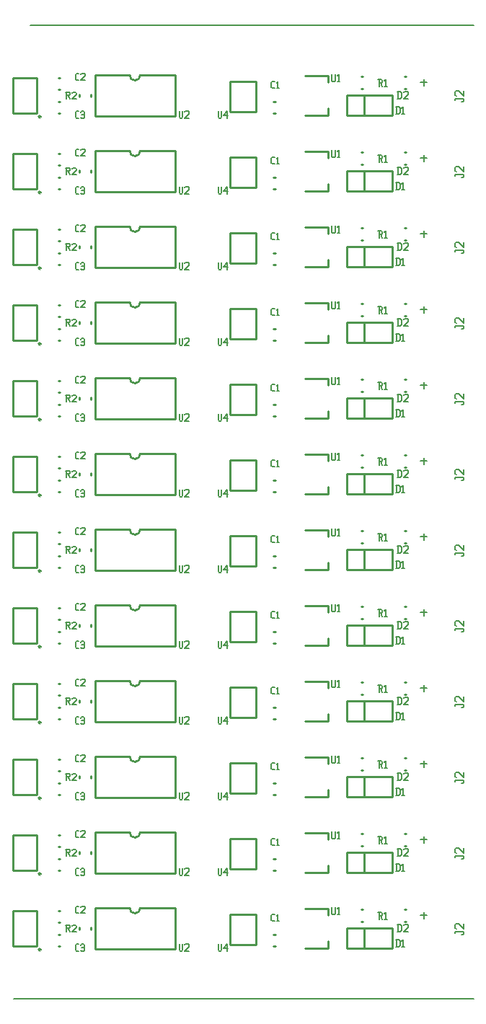
<source format=gbr>
G04 start of page 9 for group -4079 idx -4079 *
G04 Title: (unknown), topsilk *
G04 Creator: pcb 4.2.2 *
G04 CreationDate: Mon Feb 10 04:01:32 2025 UTC *
G04 For: petersen *
G04 Format: Gerber/RS-274X *
G04 PCB-Dimensions (mil): 3000.00 5500.00 *
G04 PCB-Coordinate-Origin: lower left *
%MOIN*%
%FSLAX25Y25*%
%LNTOPSILK*%
%ADD51C,0.0100*%
%ADD50C,0.0080*%
G54D50*X62500Y500000D02*X267500D01*
X243000Y473500D02*X246000D01*
X244500Y475000D02*Y472000D01*
X243000Y438500D02*X246000D01*
X244500Y440000D02*Y437000D01*
X243000Y403500D02*X246000D01*
X244500Y405000D02*Y402000D01*
X243000Y368500D02*X246000D01*
X244500Y370000D02*Y367000D01*
X243000Y333500D02*X246000D01*
X244500Y335000D02*Y332000D01*
X243000Y298500D02*X246000D01*
X244500Y300000D02*Y297000D01*
X55000Y50000D02*X267500D01*
X243000Y263500D02*X246000D01*
X244500Y265000D02*Y262000D01*
X243000Y228500D02*X246000D01*
X244500Y230000D02*Y227000D01*
X243000Y193500D02*X246000D01*
X244500Y195000D02*Y192000D01*
X243000Y158500D02*X246000D01*
X244500Y160000D02*Y157000D01*
X243000Y123500D02*X246000D01*
X244500Y125000D02*Y122000D01*
X243000Y88500D02*X246000D01*
X244500Y90000D02*Y87000D01*
G54D51*X85245Y467893D02*Y467107D01*
X90755Y467893D02*Y467107D01*
X75607Y464755D02*X76393D01*
X75607Y459245D02*X76393D01*
X75607Y475755D02*X76393D01*
X75607Y470245D02*X76393D01*
X54488Y459232D02*X65512D01*
X54488Y475768D02*Y459232D01*
Y475768D02*X65512D01*
Y459232D01*
X67512Y457732D02*G75*G03X67512Y457732I-500J0D01*G01*
X75607Y440755D02*X76393D01*
X75607Y435245D02*X76393D01*
X92500Y477000D02*Y458000D01*
X129500D01*
Y477000D01*
X92500D02*X108500D01*
X129500D02*X113500D01*
X108500D02*G75*G03X113500Y477000I2500J0D01*G01*
X54488Y424232D02*X65512D01*
X54488Y440768D02*Y424232D01*
Y440768D02*X65512D01*
Y424232D01*
X67512Y422732D02*G75*G03X67512Y422732I-500J0D01*G01*
X155000Y460000D02*X167000D01*
Y474000D02*Y460000D01*
X155000Y474000D02*X167000D01*
X155000D02*Y460000D01*
X92500Y442000D02*Y423000D01*
X129500D01*
Y442000D01*
X92500D02*X108500D01*
X129500D02*X113500D01*
X108500D02*G75*G03X113500Y442000I2500J0D01*G01*
X85245Y432893D02*Y432107D01*
X90755Y432893D02*Y432107D01*
X75607Y429755D02*X76393D01*
X75607Y424245D02*X76393D01*
X85245Y397893D02*Y397107D01*
X90755Y397893D02*Y397107D01*
X75607Y394755D02*X76393D01*
X75607Y389245D02*X76393D01*
X75607Y405755D02*X76393D01*
X75607Y400245D02*X76393D01*
X92500Y407000D02*Y388000D01*
X129500D01*
Y407000D01*
X92500D02*X108500D01*
X129500D02*X113500D01*
X108500D02*G75*G03X113500Y407000I2500J0D01*G01*
X54488Y389232D02*X65512D01*
X54488Y405768D02*Y389232D01*
Y405768D02*X65512D01*
Y389232D01*
X67512Y387732D02*G75*G03X67512Y387732I-500J0D01*G01*
X189520Y476750D02*X200150D01*
X189520Y458250D02*X200150D01*
Y476750D02*Y473500D01*
Y461500D02*Y458250D01*
X189520Y476750D02*Y476571D01*
Y458429D02*Y458250D01*
X175107Y459245D02*X175893D01*
X175107Y464755D02*X175893D01*
X189520Y441750D02*X200150D01*
X189520Y423250D02*X200150D01*
Y441750D02*Y438500D01*
Y426500D02*Y423250D01*
X189520Y441750D02*Y441571D01*
Y423429D02*Y423250D01*
X175107Y424245D02*X175893D01*
X175107Y429755D02*X175893D01*
X235607Y476255D02*X236393D01*
X235607Y470745D02*X236393D01*
X209000Y458200D02*X230000D01*
X209000Y467800D02*X230000D01*
X209000Y458200D02*Y467800D01*
X230000Y458200D02*Y467800D01*
X217000Y458200D02*Y467800D01*
X215607Y476255D02*X216393D01*
X215607Y470745D02*X216393D01*
X209000Y423200D02*X230000D01*
X209000Y432800D02*X230000D01*
X209000Y423200D02*Y432800D01*
X230000Y423200D02*Y432800D01*
X217000Y423200D02*Y432800D01*
X215607Y441255D02*X216393D01*
X215607Y435745D02*X216393D01*
X235607Y441255D02*X236393D01*
X235607Y435745D02*X236393D01*
X235607Y406255D02*X236393D01*
X235607Y400745D02*X236393D01*
X209000Y318200D02*X230000D01*
X209000Y327800D02*X230000D01*
X209000Y318200D02*Y327800D01*
X230000Y318200D02*Y327800D01*
X217000Y318200D02*Y327800D01*
X215607Y301255D02*X216393D01*
X215607Y295745D02*X216393D01*
X235607Y301255D02*X236393D01*
X235607Y295745D02*X236393D01*
X215607Y336255D02*X216393D01*
X215607Y330745D02*X216393D01*
X235607Y336255D02*X236393D01*
X235607Y330745D02*X236393D01*
X209000Y283200D02*X230000D01*
X209000Y292800D02*X230000D01*
X209000Y283200D02*Y292800D01*
X230000Y283200D02*Y292800D01*
X217000Y283200D02*Y292800D01*
X209000Y248200D02*X230000D01*
X209000Y257800D02*X230000D01*
X209000Y248200D02*Y257800D01*
X230000Y248200D02*Y257800D01*
X217000Y248200D02*Y257800D01*
X215607Y266255D02*X216393D01*
X215607Y260745D02*X216393D01*
X235607Y266255D02*X236393D01*
X235607Y260745D02*X236393D01*
X209000Y213200D02*X230000D01*
X209000Y222800D02*X230000D01*
X209000Y213200D02*Y222800D01*
X230000Y213200D02*Y222800D01*
X217000Y213200D02*Y222800D01*
X215607Y231255D02*X216393D01*
X215607Y225745D02*X216393D01*
X235607Y231255D02*X236393D01*
X235607Y225745D02*X236393D01*
X215607Y196255D02*X216393D01*
X215607Y190745D02*X216393D01*
X235607Y196255D02*X236393D01*
X235607Y190745D02*X236393D01*
X209000Y178200D02*X230000D01*
X209000Y187800D02*X230000D01*
X209000Y178200D02*Y187800D01*
X230000Y178200D02*Y187800D01*
X217000Y178200D02*Y187800D01*
X209000Y143200D02*X230000D01*
X209000Y152800D02*X230000D01*
X209000Y143200D02*Y152800D01*
X230000Y143200D02*Y152800D01*
X217000Y143200D02*Y152800D01*
X215607Y161255D02*X216393D01*
X215607Y155745D02*X216393D01*
X235607Y161255D02*X236393D01*
X235607Y155745D02*X236393D01*
X209000Y108200D02*X230000D01*
X209000Y117800D02*X230000D01*
X209000Y108200D02*Y117800D01*
X230000Y108200D02*Y117800D01*
X217000Y108200D02*Y117800D01*
X215607Y126255D02*X216393D01*
X215607Y120745D02*X216393D01*
X235607Y126255D02*X236393D01*
X235607Y120745D02*X236393D01*
X209000Y73200D02*X230000D01*
X209000Y82800D02*X230000D01*
X209000Y73200D02*Y82800D01*
X230000Y73200D02*Y82800D01*
X217000Y73200D02*Y82800D01*
X215607Y91255D02*X216393D01*
X215607Y85745D02*X216393D01*
X235607Y91255D02*X236393D01*
X235607Y85745D02*X236393D01*
X155000Y425000D02*X167000D01*
Y439000D02*Y425000D01*
X155000Y439000D02*X167000D01*
X155000D02*Y425000D01*
Y390000D02*X167000D01*
Y404000D02*Y390000D01*
X155000Y404000D02*X167000D01*
X155000D02*Y390000D01*
X209000Y388200D02*X230000D01*
X209000Y397800D02*X230000D01*
X209000Y388200D02*Y397800D01*
X230000Y388200D02*Y397800D01*
X217000Y388200D02*Y397800D01*
X215607Y406255D02*X216393D01*
X215607Y400745D02*X216393D01*
X209000Y353200D02*X230000D01*
X209000Y362800D02*X230000D01*
X209000Y353200D02*Y362800D01*
X230000Y353200D02*Y362800D01*
X217000Y353200D02*Y362800D01*
X215607Y371255D02*X216393D01*
X215607Y365745D02*X216393D01*
X235607Y371255D02*X236393D01*
X235607Y365745D02*X236393D01*
X85245Y362893D02*Y362107D01*
X90755Y362893D02*Y362107D01*
X92500Y372000D02*Y353000D01*
X129500D01*
Y372000D01*
X92500D02*X108500D01*
X129500D02*X113500D01*
X108500D02*G75*G03X113500Y372000I2500J0D01*G01*
X155000Y355000D02*X167000D01*
Y369000D02*Y355000D01*
X155000Y369000D02*X167000D01*
X155000D02*Y355000D01*
X75607Y359755D02*X76393D01*
X75607Y354245D02*X76393D01*
X75607Y370755D02*X76393D01*
X75607Y365245D02*X76393D01*
X54488Y354232D02*X65512D01*
X54488Y370768D02*Y354232D01*
Y370768D02*X65512D01*
Y354232D01*
X67512Y352732D02*G75*G03X67512Y352732I-500J0D01*G01*
X85245Y327893D02*Y327107D01*
X90755Y327893D02*Y327107D01*
X75607Y324755D02*X76393D01*
X75607Y319245D02*X76393D01*
X75607Y335755D02*X76393D01*
X75607Y330245D02*X76393D01*
X92500Y337000D02*Y318000D01*
X129500D01*
Y337000D01*
X92500D02*X108500D01*
X129500D02*X113500D01*
X108500D02*G75*G03X113500Y337000I2500J0D01*G01*
X54488Y319232D02*X65512D01*
X54488Y335768D02*Y319232D01*
Y335768D02*X65512D01*
Y319232D01*
X67512Y317732D02*G75*G03X67512Y317732I-500J0D01*G01*
X85245Y292893D02*Y292107D01*
X90755Y292893D02*Y292107D01*
X75607Y289755D02*X76393D01*
X75607Y284245D02*X76393D01*
X75607Y300755D02*X76393D01*
X75607Y295245D02*X76393D01*
X54488Y284232D02*X65512D01*
X54488Y300768D02*Y284232D01*
Y300768D02*X65512D01*
Y284232D01*
X67512Y282732D02*G75*G03X67512Y282732I-500J0D01*G01*
X92500Y302000D02*Y283000D01*
X129500D01*
Y302000D01*
X92500D02*X108500D01*
X129500D02*X113500D01*
X108500D02*G75*G03X113500Y302000I2500J0D01*G01*
X189520Y406750D02*X200150D01*
X189520Y388250D02*X200150D01*
Y406750D02*Y403500D01*
Y391500D02*Y388250D01*
X189520Y406750D02*Y406571D01*
Y388429D02*Y388250D01*
X175107Y389245D02*X175893D01*
X175107Y394755D02*X175893D01*
X189520Y371750D02*X200150D01*
X189520Y353250D02*X200150D01*
Y371750D02*Y368500D01*
Y356500D02*Y353250D01*
X189520Y371750D02*Y371571D01*
Y353429D02*Y353250D01*
X175107Y354245D02*X175893D01*
X175107Y359755D02*X175893D01*
X189520Y336750D02*X200150D01*
X189520Y318250D02*X200150D01*
Y336750D02*Y333500D01*
Y321500D02*Y318250D01*
X189520Y336750D02*Y336571D01*
Y318429D02*Y318250D01*
X175107Y319245D02*X175893D01*
X175107Y324755D02*X175893D01*
X155000Y320000D02*X167000D01*
Y334000D02*Y320000D01*
X155000Y334000D02*X167000D01*
X155000D02*Y320000D01*
X189520Y301750D02*X200150D01*
X189520Y283250D02*X200150D01*
Y301750D02*Y298500D01*
Y286500D02*Y283250D01*
X189520Y301750D02*Y301571D01*
Y283429D02*Y283250D01*
X175107Y284245D02*X175893D01*
X175107Y289755D02*X175893D01*
X155000Y285000D02*X167000D01*
Y299000D02*Y285000D01*
X155000Y299000D02*X167000D01*
X155000D02*Y285000D01*
X85245Y257893D02*Y257107D01*
X90755Y257893D02*Y257107D01*
X75607Y254755D02*X76393D01*
X75607Y249245D02*X76393D01*
X92500Y267000D02*Y248000D01*
X129500D01*
Y267000D01*
X92500D02*X108500D01*
X129500D02*X113500D01*
X108500D02*G75*G03X113500Y267000I2500J0D01*G01*
X54488Y249232D02*X65512D01*
X54488Y265768D02*Y249232D01*
Y265768D02*X65512D01*
Y249232D01*
X67512Y247732D02*G75*G03X67512Y247732I-500J0D01*G01*
X85245Y222893D02*Y222107D01*
X90755Y222893D02*Y222107D01*
X92500Y232000D02*Y213000D01*
X129500D01*
Y232000D01*
X92500D02*X108500D01*
X129500D02*X113500D01*
X108500D02*G75*G03X113500Y232000I2500J0D01*G01*
X75607Y265755D02*X76393D01*
X75607Y260245D02*X76393D01*
X75607Y219755D02*X76393D01*
X75607Y214245D02*X76393D01*
X75607Y230755D02*X76393D01*
X75607Y225245D02*X76393D01*
X54488Y214232D02*X65512D01*
X54488Y230768D02*Y214232D01*
Y230768D02*X65512D01*
Y214232D01*
X67512Y212732D02*G75*G03X67512Y212732I-500J0D01*G01*
X75607Y184755D02*X76393D01*
X75607Y179245D02*X76393D01*
X75607Y195755D02*X76393D01*
X75607Y190245D02*X76393D01*
X54488Y179232D02*X65512D01*
X54488Y195768D02*Y179232D01*
Y195768D02*X65512D01*
Y179232D01*
X67512Y177732D02*G75*G03X67512Y177732I-500J0D01*G01*
X85245Y187893D02*Y187107D01*
X90755Y187893D02*Y187107D01*
X92500Y197000D02*Y178000D01*
X129500D01*
Y197000D01*
X92500D02*X108500D01*
X129500D02*X113500D01*
X108500D02*G75*G03X113500Y197000I2500J0D01*G01*
X85245Y152893D02*Y152107D01*
X90755Y152893D02*Y152107D01*
X92500Y162000D02*Y143000D01*
X129500D01*
Y162000D01*
X92500D02*X108500D01*
X129500D02*X113500D01*
X108500D02*G75*G03X113500Y162000I2500J0D01*G01*
X75607Y149755D02*X76393D01*
X75607Y144245D02*X76393D01*
X75607Y160755D02*X76393D01*
X75607Y155245D02*X76393D01*
X54488Y144232D02*X65512D01*
X54488Y160768D02*Y144232D01*
Y160768D02*X65512D01*
Y144232D01*
X67512Y142732D02*G75*G03X67512Y142732I-500J0D01*G01*
X189520Y266750D02*X200150D01*
X189520Y248250D02*X200150D01*
Y266750D02*Y263500D01*
Y251500D02*Y248250D01*
X189520Y266750D02*Y266571D01*
Y248429D02*Y248250D01*
Y231750D02*X200150D01*
X189520Y213250D02*X200150D01*
Y231750D02*Y228500D01*
Y216500D02*Y213250D01*
X189520Y231750D02*Y231571D01*
Y213429D02*Y213250D01*
Y196750D02*X200150D01*
X189520Y178250D02*X200150D01*
Y196750D02*Y193500D01*
Y181500D02*Y178250D01*
X189520Y196750D02*Y196571D01*
Y178429D02*Y178250D01*
Y161750D02*X200150D01*
X189520Y143250D02*X200150D01*
Y161750D02*Y158500D01*
Y146500D02*Y143250D01*
X189520Y161750D02*Y161571D01*
Y143429D02*Y143250D01*
Y126750D02*X200150D01*
X189520Y108250D02*X200150D01*
Y126750D02*Y123500D01*
Y111500D02*Y108250D01*
X189520Y126750D02*Y126571D01*
Y108429D02*Y108250D01*
X175107Y249245D02*X175893D01*
X175107Y254755D02*X175893D01*
X175107Y214245D02*X175893D01*
X175107Y219755D02*X175893D01*
X175107Y179245D02*X175893D01*
X175107Y184755D02*X175893D01*
X175107Y144245D02*X175893D01*
X175107Y149755D02*X175893D01*
X175107Y109245D02*X175893D01*
X175107Y114755D02*X175893D01*
X155000Y250000D02*X167000D01*
Y264000D02*Y250000D01*
X155000Y264000D02*X167000D01*
X155000D02*Y250000D01*
Y215000D02*X167000D01*
Y229000D02*Y215000D01*
X155000Y229000D02*X167000D01*
X155000D02*Y215000D01*
Y180000D02*X167000D01*
Y194000D02*Y180000D01*
X155000Y194000D02*X167000D01*
X155000D02*Y180000D01*
Y145000D02*X167000D01*
Y159000D02*Y145000D01*
X155000Y159000D02*X167000D01*
X155000D02*Y145000D01*
Y110000D02*X167000D01*
Y124000D02*Y110000D01*
X155000Y124000D02*X167000D01*
X155000D02*Y110000D01*
X189520Y91750D02*X200150D01*
X189520Y73250D02*X200150D01*
Y91750D02*Y88500D01*
Y76500D02*Y73250D01*
X189520Y91750D02*Y91571D01*
Y73429D02*Y73250D01*
X175107Y74245D02*X175893D01*
X175107Y79755D02*X175893D01*
X155000Y75000D02*X167000D01*
Y89000D02*Y75000D01*
X155000Y89000D02*X167000D01*
X155000D02*Y75000D01*
X85245Y117893D02*Y117107D01*
X90755Y117893D02*Y117107D01*
X75607Y114755D02*X76393D01*
X75607Y109245D02*X76393D01*
X75607Y125755D02*X76393D01*
X75607Y120245D02*X76393D01*
X54488Y109232D02*X65512D01*
X54488Y125768D02*Y109232D01*
Y125768D02*X65512D01*
Y109232D01*
X67512Y107732D02*G75*G03X67512Y107732I-500J0D01*G01*
X92500Y127000D02*Y108000D01*
X129500D01*
Y127000D01*
X92500D02*X108500D01*
X129500D02*X113500D01*
X108500D02*G75*G03X113500Y127000I2500J0D01*G01*
X85245Y82893D02*Y82107D01*
X90755Y82893D02*Y82107D01*
X75607Y79755D02*X76393D01*
X75607Y74245D02*X76393D01*
X92500Y92000D02*Y73000D01*
X129500D01*
Y92000D01*
X92500D02*X108500D01*
X129500D02*X113500D01*
X108500D02*G75*G03X113500Y92000I2500J0D01*G01*
X54488Y74232D02*X65512D01*
X54488Y90768D02*Y74232D01*
Y90768D02*X65512D01*
Y74232D01*
X67512Y72732D02*G75*G03X67512Y72732I-500J0D01*G01*
X75607Y90755D02*X76393D01*
X75607Y85245D02*X76393D01*
G54D50*X231900Y77200D02*Y74000D01*
X232940Y77200D02*X233500Y76640D01*
Y74560D01*
X232940Y74000D02*X233500Y74560D01*
X231500Y74000D02*X232940D01*
X231500Y77200D02*X232940D01*
X234460Y76560D02*X235100Y77200D01*
Y74000D01*
X234460D02*X235660D01*
X232750Y84350D02*Y81150D01*
X233790Y84350D02*X234350Y83790D01*
Y81710D01*
X233790Y81150D02*X234350Y81710D01*
X232350Y81150D02*X233790D01*
X232350Y84350D02*X233790D01*
X235310Y83950D02*X235710Y84350D01*
X236910D01*
X237310Y83950D01*
Y83150D01*
X235310Y81150D02*X237310Y83150D01*
X235310Y81150D02*X237310D01*
X259000Y81000D02*Y80200D01*
Y81000D02*X262500D01*
X263000Y80500D02*X262500Y81000D01*
X263000Y80500D02*Y80000D01*
X262500Y79500D02*X263000Y80000D01*
X262000Y79500D02*X262500D01*
X259500Y82200D02*X259000Y82700D01*
Y84200D02*Y82700D01*
Y84200D02*X259500Y84700D01*
X260500D01*
X263000Y82200D02*X260500Y84700D01*
X263000D02*Y82200D01*
X78900Y84100D02*X80500D01*
X80900Y83700D01*
Y82900D01*
X80500Y82500D02*X80900Y82900D01*
X79300Y82500D02*X80500D01*
X79300Y84100D02*Y80900D01*
X79940Y82500D02*X80900Y80900D01*
X81860Y83700D02*X82260Y84100D01*
X83460D01*
X83860Y83700D01*
Y82900D01*
X81860Y80900D02*X83860Y82900D01*
X81860Y80900D02*X83860D01*
X84060Y72000D02*X85100D01*
X83500Y72560D02*X84060Y72000D01*
X83500Y74640D02*Y72560D01*
Y74640D02*X84060Y75200D01*
X85100D01*
X86060Y74800D02*X86460Y75200D01*
X87260D01*
X87660Y74800D01*
X87260Y72000D02*X87660Y72400D01*
X86460Y72000D02*X87260D01*
X86060Y72400D02*X86460Y72000D01*
Y73760D02*X87260D01*
X87660Y74800D02*Y74160D01*
Y73360D02*Y72400D01*
Y73360D02*X87260Y73760D01*
X87660Y74160D02*X87260Y73760D01*
X84060Y89500D02*X85100D01*
X83500Y90060D02*X84060Y89500D01*
X83500Y92140D02*Y90060D01*
Y92140D02*X84060Y92700D01*
X85100D01*
X86060Y92300D02*X86460Y92700D01*
X87660D01*
X88060Y92300D01*
Y91500D01*
X86060Y89500D02*X88060Y91500D01*
X86060Y89500D02*X88060D01*
X202000Y92200D02*Y89400D01*
X202400Y89000D01*
X203200D01*
X203600Y89400D01*
Y92200D02*Y89400D01*
X204560Y91560D02*X205200Y92200D01*
Y89000D01*
X204560D02*X205760D01*
X174497Y85906D02*X175537D01*
X173937Y86466D02*X174497Y85906D01*
X173937Y88546D02*Y86466D01*
Y88546D02*X174497Y89106D01*
X175537D01*
X176497Y88466D02*X177137Y89106D01*
Y85906D01*
X176497D02*X177697D01*
X223436Y89850D02*X225036D01*
X225436Y89450D01*
Y88650D01*
X225036Y88250D02*X225436Y88650D01*
X223836Y88250D02*X225036D01*
X223836Y89850D02*Y86650D01*
X224476Y88250D02*X225436Y86650D01*
X226396Y89210D02*X227036Y89850D01*
Y86650D01*
X226396D02*X227596D01*
X131500Y75230D02*Y72535D01*
X131885Y72150D01*
X132655D01*
X133040Y72535D01*
Y75230D02*Y72535D01*
X133964Y74845D02*X134349Y75230D01*
X135504D01*
X135889Y74845D01*
Y74075D01*
X133964Y72150D02*X135889Y74075D01*
X133964Y72150D02*X135889D01*
X149500Y75230D02*Y72535D01*
X149885Y72150D01*
X150655D01*
X151040Y72535D01*
Y75230D02*Y72535D01*
X151964Y73305D02*X153504Y75230D01*
X151964Y73305D02*X153889D01*
X153504Y75230D02*Y72150D01*
X78900Y469100D02*X80500D01*
X80900Y468700D01*
Y467900D01*
X80500Y467500D02*X80900Y467900D01*
X79300Y467500D02*X80500D01*
X79300Y469100D02*Y465900D01*
X79940Y467500D02*X80900Y465900D01*
X81860Y468700D02*X82260Y469100D01*
X83460D01*
X83860Y468700D01*
Y467900D01*
X81860Y465900D02*X83860Y467900D01*
X81860Y465900D02*X83860D01*
X84060Y474500D02*X85100D01*
X83500Y475060D02*X84060Y474500D01*
X83500Y477140D02*Y475060D01*
Y477140D02*X84060Y477700D01*
X85100D01*
X86060Y477300D02*X86460Y477700D01*
X87660D01*
X88060Y477300D01*
Y476500D01*
X86060Y474500D02*X88060Y476500D01*
X86060Y474500D02*X88060D01*
X84060Y457000D02*X85100D01*
X83500Y457560D02*X84060Y457000D01*
X83500Y459640D02*Y457560D01*
Y459640D02*X84060Y460200D01*
X85100D01*
X86060Y459800D02*X86460Y460200D01*
X87260D01*
X87660Y459800D01*
X87260Y457000D02*X87660Y457400D01*
X86460Y457000D02*X87260D01*
X86060Y457400D02*X86460Y457000D01*
Y458760D02*X87260D01*
X87660Y459800D02*Y459160D01*
Y458360D02*Y457400D01*
Y458360D02*X87260Y458760D01*
X87660Y459160D02*X87260Y458760D01*
X78900Y434100D02*X80500D01*
X80900Y433700D01*
Y432900D01*
X80500Y432500D02*X80900Y432900D01*
X79300Y432500D02*X80500D01*
X79300Y434100D02*Y430900D01*
X79940Y432500D02*X80900Y430900D01*
X81860Y433700D02*X82260Y434100D01*
X83460D01*
X83860Y433700D01*
Y432900D01*
X81860Y430900D02*X83860Y432900D01*
X81860Y430900D02*X83860D01*
X84060Y422000D02*X85100D01*
X83500Y422560D02*X84060Y422000D01*
X83500Y424640D02*Y422560D01*
Y424640D02*X84060Y425200D01*
X85100D01*
X86060Y424800D02*X86460Y425200D01*
X87260D01*
X87660Y424800D01*
X87260Y422000D02*X87660Y422400D01*
X86460Y422000D02*X87260D01*
X86060Y422400D02*X86460Y422000D01*
Y423760D02*X87260D01*
X87660Y424800D02*Y424160D01*
Y423360D02*Y422400D01*
Y423360D02*X87260Y423760D01*
X87660Y424160D02*X87260Y423760D01*
X202000Y477200D02*Y474400D01*
X202400Y474000D01*
X203200D01*
X203600Y474400D01*
Y477200D02*Y474400D01*
X204560Y476560D02*X205200Y477200D01*
Y474000D01*
X204560D02*X205760D01*
X174497Y470906D02*X175537D01*
X173937Y471466D02*X174497Y470906D01*
X173937Y473546D02*Y471466D01*
Y473546D02*X174497Y474106D01*
X175537D01*
X176497Y473466D02*X177137Y474106D01*
Y470906D01*
X176497D02*X177697D01*
X202000Y442200D02*Y439400D01*
X202400Y439000D01*
X203200D01*
X203600Y439400D01*
Y442200D02*Y439400D01*
X204560Y441560D02*X205200Y442200D01*
Y439000D01*
X204560D02*X205760D01*
X202000Y407200D02*Y404400D01*
X202400Y404000D01*
X203200D01*
X203600Y404400D01*
Y407200D02*Y404400D01*
X204560Y406560D02*X205200Y407200D01*
Y404000D01*
X204560D02*X205760D01*
X202000Y372200D02*Y369400D01*
X202400Y369000D01*
X203200D01*
X203600Y369400D01*
Y372200D02*Y369400D01*
X204560Y371560D02*X205200Y372200D01*
Y369000D01*
X204560D02*X205760D01*
X202000Y337200D02*Y334400D01*
X202400Y334000D01*
X203200D01*
X203600Y334400D01*
Y337200D02*Y334400D01*
X204560Y336560D02*X205200Y337200D01*
Y334000D01*
X204560D02*X205760D01*
X174497Y435906D02*X175537D01*
X173937Y436466D02*X174497Y435906D01*
X173937Y438546D02*Y436466D01*
Y438546D02*X174497Y439106D01*
X175537D01*
X176497Y438466D02*X177137Y439106D01*
Y435906D01*
X176497D02*X177697D01*
X174497Y400906D02*X175537D01*
X173937Y401466D02*X174497Y400906D01*
X173937Y403546D02*Y401466D01*
Y403546D02*X174497Y404106D01*
X175537D01*
X176497Y403466D02*X177137Y404106D01*
Y400906D01*
X176497D02*X177697D01*
X174497Y365906D02*X175537D01*
X173937Y366466D02*X174497Y365906D01*
X173937Y368546D02*Y366466D01*
Y368546D02*X174497Y369106D01*
X175537D01*
X176497Y368466D02*X177137Y369106D01*
Y365906D01*
X176497D02*X177697D01*
X174497Y330906D02*X175537D01*
X173937Y331466D02*X174497Y330906D01*
X173937Y333546D02*Y331466D01*
Y333546D02*X174497Y334106D01*
X175537D01*
X176497Y333466D02*X177137Y334106D01*
Y330906D01*
X176497D02*X177697D01*
X231900Y427200D02*Y424000D01*
X232940Y427200D02*X233500Y426640D01*
Y424560D01*
X232940Y424000D02*X233500Y424560D01*
X231500Y424000D02*X232940D01*
X231500Y427200D02*X232940D01*
X234460Y426560D02*X235100Y427200D01*
Y424000D01*
X234460D02*X235660D01*
X223436Y439850D02*X225036D01*
X225436Y439450D01*
Y438650D01*
X225036Y438250D02*X225436Y438650D01*
X223836Y438250D02*X225036D01*
X223836Y439850D02*Y436650D01*
X224476Y438250D02*X225436Y436650D01*
X226396Y439210D02*X227036Y439850D01*
Y436650D01*
X226396D02*X227596D01*
X232750Y434350D02*Y431150D01*
X233790Y434350D02*X234350Y433790D01*
Y431710D01*
X233790Y431150D02*X234350Y431710D01*
X232350Y431150D02*X233790D01*
X232350Y434350D02*X233790D01*
X235310Y433950D02*X235710Y434350D01*
X236910D01*
X237310Y433950D01*
Y433150D01*
X235310Y431150D02*X237310Y433150D01*
X235310Y431150D02*X237310D01*
X231900Y392200D02*Y389000D01*
X232940Y392200D02*X233500Y391640D01*
Y389560D01*
X232940Y389000D02*X233500Y389560D01*
X231500Y389000D02*X232940D01*
X231500Y392200D02*X232940D01*
X234460Y391560D02*X235100Y392200D01*
Y389000D01*
X234460D02*X235660D01*
X223436Y404850D02*X225036D01*
X225436Y404450D01*
Y403650D01*
X225036Y403250D02*X225436Y403650D01*
X223836Y403250D02*X225036D01*
X223836Y404850D02*Y401650D01*
X224476Y403250D02*X225436Y401650D01*
X226396Y404210D02*X227036Y404850D01*
Y401650D01*
X226396D02*X227596D01*
X232750Y399350D02*Y396150D01*
X233790Y399350D02*X234350Y398790D01*
Y396710D01*
X233790Y396150D02*X234350Y396710D01*
X232350Y396150D02*X233790D01*
X232350Y399350D02*X233790D01*
X235310Y398950D02*X235710Y399350D01*
X236910D01*
X237310Y398950D01*
Y398150D01*
X235310Y396150D02*X237310Y398150D01*
X235310Y396150D02*X237310D01*
X131500Y460230D02*Y457535D01*
X131885Y457150D01*
X132655D01*
X133040Y457535D01*
Y460230D02*Y457535D01*
X133964Y459845D02*X134349Y460230D01*
X135504D01*
X135889Y459845D01*
Y459075D01*
X133964Y457150D02*X135889Y459075D01*
X133964Y457150D02*X135889D01*
X149500Y460230D02*Y457535D01*
X149885Y457150D01*
X150655D01*
X151040Y457535D01*
Y460230D02*Y457535D01*
X151964Y458305D02*X153504Y460230D01*
X151964Y458305D02*X153889D01*
X153504Y460230D02*Y457150D01*
X131500Y390230D02*Y387535D01*
X131885Y387150D01*
X132655D01*
X133040Y387535D01*
Y390230D02*Y387535D01*
X133964Y389845D02*X134349Y390230D01*
X135504D01*
X135889Y389845D01*
Y389075D01*
X133964Y387150D02*X135889Y389075D01*
X133964Y387150D02*X135889D01*
X149500Y390230D02*Y387535D01*
X149885Y387150D01*
X150655D01*
X151040Y387535D01*
Y390230D02*Y387535D01*
X151964Y388305D02*X153504Y390230D01*
X151964Y388305D02*X153889D01*
X153504Y390230D02*Y387150D01*
X84060Y439500D02*X85100D01*
X83500Y440060D02*X84060Y439500D01*
X83500Y442140D02*Y440060D01*
Y442140D02*X84060Y442700D01*
X85100D01*
X86060Y442300D02*X86460Y442700D01*
X87660D01*
X88060Y442300D01*
Y441500D01*
X86060Y439500D02*X88060Y441500D01*
X86060Y439500D02*X88060D01*
X78900Y399100D02*X80500D01*
X80900Y398700D01*
Y397900D01*
X80500Y397500D02*X80900Y397900D01*
X79300Y397500D02*X80500D01*
X79300Y399100D02*Y395900D01*
X79940Y397500D02*X80900Y395900D01*
X81860Y398700D02*X82260Y399100D01*
X83460D01*
X83860Y398700D01*
Y397900D01*
X81860Y395900D02*X83860Y397900D01*
X81860Y395900D02*X83860D01*
X84060Y387000D02*X85100D01*
X83500Y387560D02*X84060Y387000D01*
X83500Y389640D02*Y387560D01*
Y389640D02*X84060Y390200D01*
X85100D01*
X86060Y389800D02*X86460Y390200D01*
X87260D01*
X87660Y389800D01*
X87260Y387000D02*X87660Y387400D01*
X86460Y387000D02*X87260D01*
X86060Y387400D02*X86460Y387000D01*
Y388760D02*X87260D01*
X87660Y389800D02*Y389160D01*
Y388360D02*Y387400D01*
Y388360D02*X87260Y388760D01*
X87660Y389160D02*X87260Y388760D01*
X84060Y404500D02*X85100D01*
X83500Y405060D02*X84060Y404500D01*
X83500Y407140D02*Y405060D01*
Y407140D02*X84060Y407700D01*
X85100D01*
X86060Y407300D02*X86460Y407700D01*
X87660D01*
X88060Y407300D01*
Y406500D01*
X86060Y404500D02*X88060Y406500D01*
X86060Y404500D02*X88060D01*
X131500Y425230D02*Y422535D01*
X131885Y422150D01*
X132655D01*
X133040Y422535D01*
Y425230D02*Y422535D01*
X133964Y424845D02*X134349Y425230D01*
X135504D01*
X135889Y424845D01*
Y424075D01*
X133964Y422150D02*X135889Y424075D01*
X133964Y422150D02*X135889D01*
X149500Y425230D02*Y422535D01*
X149885Y422150D01*
X150655D01*
X151040Y422535D01*
Y425230D02*Y422535D01*
X151964Y423305D02*X153504Y425230D01*
X151964Y423305D02*X153889D01*
X153504Y425230D02*Y422150D01*
X84060Y369500D02*X85100D01*
X83500Y370060D02*X84060Y369500D01*
X83500Y372140D02*Y370060D01*
Y372140D02*X84060Y372700D01*
X85100D01*
X86060Y372300D02*X86460Y372700D01*
X87660D01*
X88060Y372300D01*
Y371500D01*
X86060Y369500D02*X88060Y371500D01*
X86060Y369500D02*X88060D01*
X259000Y466000D02*Y465200D01*
Y466000D02*X262500D01*
X263000Y465500D02*X262500Y466000D01*
X263000Y465500D02*Y465000D01*
X262500Y464500D02*X263000Y465000D01*
X262000Y464500D02*X262500D01*
X259500Y467200D02*X259000Y467700D01*
Y469200D02*Y467700D01*
Y469200D02*X259500Y469700D01*
X260500D01*
X263000Y467200D02*X260500Y469700D01*
X263000D02*Y467200D01*
X259000Y431000D02*Y430200D01*
Y431000D02*X262500D01*
X263000Y430500D02*X262500Y431000D01*
X263000Y430500D02*Y430000D01*
X262500Y429500D02*X263000Y430000D01*
X262000Y429500D02*X262500D01*
X259500Y432200D02*X259000Y432700D01*
Y434200D02*Y432700D01*
Y434200D02*X259500Y434700D01*
X260500D01*
X263000Y432200D02*X260500Y434700D01*
X263000D02*Y432200D01*
X231900Y462200D02*Y459000D01*
X232940Y462200D02*X233500Y461640D01*
Y459560D01*
X232940Y459000D02*X233500Y459560D01*
X231500Y459000D02*X232940D01*
X231500Y462200D02*X232940D01*
X234460Y461560D02*X235100Y462200D01*
Y459000D01*
X234460D02*X235660D01*
X223436Y474850D02*X225036D01*
X225436Y474450D01*
Y473650D01*
X225036Y473250D02*X225436Y473650D01*
X223836Y473250D02*X225036D01*
X223836Y474850D02*Y471650D01*
X224476Y473250D02*X225436Y471650D01*
X226396Y474210D02*X227036Y474850D01*
Y471650D01*
X226396D02*X227596D01*
X232750Y469350D02*Y466150D01*
X233790Y469350D02*X234350Y468790D01*
Y466710D01*
X233790Y466150D02*X234350Y466710D01*
X232350Y466150D02*X233790D01*
X232350Y469350D02*X233790D01*
X235310Y468950D02*X235710Y469350D01*
X236910D01*
X237310Y468950D01*
Y468150D01*
X235310Y466150D02*X237310Y468150D01*
X235310Y466150D02*X237310D01*
X84060Y352000D02*X85100D01*
X83500Y352560D02*X84060Y352000D01*
X83500Y354640D02*Y352560D01*
Y354640D02*X84060Y355200D01*
X85100D01*
X86060Y354800D02*X86460Y355200D01*
X87260D01*
X87660Y354800D01*
X87260Y352000D02*X87660Y352400D01*
X86460Y352000D02*X87260D01*
X86060Y352400D02*X86460Y352000D01*
Y353760D02*X87260D01*
X87660Y354800D02*Y354160D01*
Y353360D02*Y352400D01*
Y353360D02*X87260Y353760D01*
X87660Y354160D02*X87260Y353760D01*
X131500Y355230D02*Y352535D01*
X131885Y352150D01*
X132655D01*
X133040Y352535D01*
Y355230D02*Y352535D01*
X133964Y354845D02*X134349Y355230D01*
X135504D01*
X135889Y354845D01*
Y354075D01*
X133964Y352150D02*X135889Y354075D01*
X133964Y352150D02*X135889D01*
X149500Y355230D02*Y352535D01*
X149885Y352150D01*
X150655D01*
X151040Y352535D01*
Y355230D02*Y352535D01*
X151964Y353305D02*X153504Y355230D01*
X151964Y353305D02*X153889D01*
X153504Y355230D02*Y352150D01*
X131500Y320230D02*Y317535D01*
X131885Y317150D01*
X132655D01*
X133040Y317535D01*
Y320230D02*Y317535D01*
X133964Y319845D02*X134349Y320230D01*
X135504D01*
X135889Y319845D01*
Y319075D01*
X133964Y317150D02*X135889Y319075D01*
X133964Y317150D02*X135889D01*
X149500Y320230D02*Y317535D01*
X149885Y317150D01*
X150655D01*
X151040Y317535D01*
Y320230D02*Y317535D01*
X151964Y318305D02*X153504Y320230D01*
X151964Y318305D02*X153889D01*
X153504Y320230D02*Y317150D01*
X202000Y302200D02*Y299400D01*
X202400Y299000D01*
X203200D01*
X203600Y299400D01*
Y302200D02*Y299400D01*
X204560Y301560D02*X205200Y302200D01*
Y299000D01*
X204560D02*X205760D01*
X174497Y295906D02*X175537D01*
X173937Y296466D02*X174497Y295906D01*
X173937Y298546D02*Y296466D01*
Y298546D02*X174497Y299106D01*
X175537D01*
X176497Y298466D02*X177137Y299106D01*
Y295906D01*
X176497D02*X177697D01*
X202000Y267200D02*Y264400D01*
X202400Y264000D01*
X203200D01*
X203600Y264400D01*
Y267200D02*Y264400D01*
X204560Y266560D02*X205200Y267200D01*
Y264000D01*
X204560D02*X205760D01*
X174497Y260906D02*X175537D01*
X173937Y261466D02*X174497Y260906D01*
X173937Y263546D02*Y261466D01*
Y263546D02*X174497Y264106D01*
X175537D01*
X176497Y263466D02*X177137Y264106D01*
Y260906D01*
X176497D02*X177697D01*
X202000Y232200D02*Y229400D01*
X202400Y229000D01*
X203200D01*
X203600Y229400D01*
Y232200D02*Y229400D01*
X204560Y231560D02*X205200Y232200D01*
Y229000D01*
X204560D02*X205760D01*
X174497Y225906D02*X175537D01*
X173937Y226466D02*X174497Y225906D01*
X173937Y228546D02*Y226466D01*
Y228546D02*X174497Y229106D01*
X175537D01*
X176497Y228466D02*X177137Y229106D01*
Y225906D01*
X176497D02*X177697D01*
X78900Y364100D02*X80500D01*
X80900Y363700D01*
Y362900D01*
X80500Y362500D02*X80900Y362900D01*
X79300Y362500D02*X80500D01*
X79300Y364100D02*Y360900D01*
X79940Y362500D02*X80900Y360900D01*
X81860Y363700D02*X82260Y364100D01*
X83460D01*
X83860Y363700D01*
Y362900D01*
X81860Y360900D02*X83860Y362900D01*
X81860Y360900D02*X83860D01*
X84060Y334500D02*X85100D01*
X83500Y335060D02*X84060Y334500D01*
X83500Y337140D02*Y335060D01*
Y337140D02*X84060Y337700D01*
X85100D01*
X86060Y337300D02*X86460Y337700D01*
X87660D01*
X88060Y337300D01*
Y336500D01*
X86060Y334500D02*X88060Y336500D01*
X86060Y334500D02*X88060D01*
X78900Y329100D02*X80500D01*
X80900Y328700D01*
Y327900D01*
X80500Y327500D02*X80900Y327900D01*
X79300Y327500D02*X80500D01*
X79300Y329100D02*Y325900D01*
X79940Y327500D02*X80900Y325900D01*
X81860Y328700D02*X82260Y329100D01*
X83460D01*
X83860Y328700D01*
Y327900D01*
X81860Y325900D02*X83860Y327900D01*
X81860Y325900D02*X83860D01*
X84060Y317000D02*X85100D01*
X83500Y317560D02*X84060Y317000D01*
X83500Y319640D02*Y317560D01*
Y319640D02*X84060Y320200D01*
X85100D01*
X86060Y319800D02*X86460Y320200D01*
X87260D01*
X87660Y319800D01*
X87260Y317000D02*X87660Y317400D01*
X86460Y317000D02*X87260D01*
X86060Y317400D02*X86460Y317000D01*
Y318760D02*X87260D01*
X87660Y319800D02*Y319160D01*
Y318360D02*Y317400D01*
Y318360D02*X87260Y318760D01*
X87660Y319160D02*X87260Y318760D01*
X259000Y396000D02*Y395200D01*
Y396000D02*X262500D01*
X263000Y395500D02*X262500Y396000D01*
X263000Y395500D02*Y395000D01*
X262500Y394500D02*X263000Y395000D01*
X262000Y394500D02*X262500D01*
X259500Y397200D02*X259000Y397700D01*
Y399200D02*Y397700D01*
Y399200D02*X259500Y399700D01*
X260500D01*
X263000Y397200D02*X260500Y399700D01*
X263000D02*Y397200D01*
X259000Y326000D02*Y325200D01*
Y326000D02*X262500D01*
X263000Y325500D02*X262500Y326000D01*
X263000Y325500D02*Y325000D01*
X262500Y324500D02*X263000Y325000D01*
X262000Y324500D02*X262500D01*
X259500Y327200D02*X259000Y327700D01*
Y329200D02*Y327700D01*
Y329200D02*X259500Y329700D01*
X260500D01*
X263000Y327200D02*X260500Y329700D01*
X263000D02*Y327200D01*
X259000Y291000D02*Y290200D01*
Y291000D02*X262500D01*
X263000Y290500D02*X262500Y291000D01*
X263000Y290500D02*Y290000D01*
X262500Y289500D02*X263000Y290000D01*
X262000Y289500D02*X262500D01*
X259500Y292200D02*X259000Y292700D01*
Y294200D02*Y292700D01*
Y294200D02*X259500Y294700D01*
X260500D01*
X263000Y292200D02*X260500Y294700D01*
X263000D02*Y292200D01*
X231900Y357200D02*Y354000D01*
X232940Y357200D02*X233500Y356640D01*
Y354560D01*
X232940Y354000D02*X233500Y354560D01*
X231500Y354000D02*X232940D01*
X231500Y357200D02*X232940D01*
X234460Y356560D02*X235100Y357200D01*
Y354000D01*
X234460D02*X235660D01*
X231900Y322200D02*Y319000D01*
X232940Y322200D02*X233500Y321640D01*
Y319560D01*
X232940Y319000D02*X233500Y319560D01*
X231500Y319000D02*X232940D01*
X231500Y322200D02*X232940D01*
X234460Y321560D02*X235100Y322200D01*
Y319000D01*
X234460D02*X235660D01*
X232750Y329350D02*Y326150D01*
X233790Y329350D02*X234350Y328790D01*
Y326710D01*
X233790Y326150D02*X234350Y326710D01*
X232350Y326150D02*X233790D01*
X232350Y329350D02*X233790D01*
X235310Y328950D02*X235710Y329350D01*
X236910D01*
X237310Y328950D01*
Y328150D01*
X235310Y326150D02*X237310Y328150D01*
X235310Y326150D02*X237310D01*
X223436Y369850D02*X225036D01*
X225436Y369450D01*
Y368650D01*
X225036Y368250D02*X225436Y368650D01*
X223836Y368250D02*X225036D01*
X223836Y369850D02*Y366650D01*
X224476Y368250D02*X225436Y366650D01*
X226396Y369210D02*X227036Y369850D01*
Y366650D01*
X226396D02*X227596D01*
X223436Y334850D02*X225036D01*
X225436Y334450D01*
Y333650D01*
X225036Y333250D02*X225436Y333650D01*
X223836Y333250D02*X225036D01*
X223836Y334850D02*Y331650D01*
X224476Y333250D02*X225436Y331650D01*
X226396Y334210D02*X227036Y334850D01*
Y331650D01*
X226396D02*X227596D01*
X223436Y299850D02*X225036D01*
X225436Y299450D01*
Y298650D01*
X225036Y298250D02*X225436Y298650D01*
X223836Y298250D02*X225036D01*
X223836Y299850D02*Y296650D01*
X224476Y298250D02*X225436Y296650D01*
X226396Y299210D02*X227036Y299850D01*
Y296650D01*
X226396D02*X227596D01*
X223436Y264850D02*X225036D01*
X225436Y264450D01*
Y263650D01*
X225036Y263250D02*X225436Y263650D01*
X223836Y263250D02*X225036D01*
X223836Y264850D02*Y261650D01*
X224476Y263250D02*X225436Y261650D01*
X226396Y264210D02*X227036Y264850D01*
Y261650D01*
X226396D02*X227596D01*
X223436Y229850D02*X225036D01*
X225436Y229450D01*
Y228650D01*
X225036Y228250D02*X225436Y228650D01*
X223836Y228250D02*X225036D01*
X223836Y229850D02*Y226650D01*
X224476Y228250D02*X225436Y226650D01*
X226396Y229210D02*X227036Y229850D01*
Y226650D01*
X226396D02*X227596D01*
X232750Y364350D02*Y361150D01*
X233790Y364350D02*X234350Y363790D01*
Y361710D01*
X233790Y361150D02*X234350Y361710D01*
X232350Y361150D02*X233790D01*
X232350Y364350D02*X233790D01*
X235310Y363950D02*X235710Y364350D01*
X236910D01*
X237310Y363950D01*
Y363150D01*
X235310Y361150D02*X237310Y363150D01*
X235310Y361150D02*X237310D01*
X259000Y361000D02*Y360200D01*
Y361000D02*X262500D01*
X263000Y360500D02*X262500Y361000D01*
X263000Y360500D02*Y360000D01*
X262500Y359500D02*X263000Y360000D01*
X262000Y359500D02*X262500D01*
X259500Y362200D02*X259000Y362700D01*
Y364200D02*Y362700D01*
Y364200D02*X259500Y364700D01*
X260500D01*
X263000Y362200D02*X260500Y364700D01*
X263000D02*Y362200D01*
X84060Y282000D02*X85100D01*
X83500Y282560D02*X84060Y282000D01*
X83500Y284640D02*Y282560D01*
Y284640D02*X84060Y285200D01*
X85100D01*
X86060Y284800D02*X86460Y285200D01*
X87260D01*
X87660Y284800D01*
X87260Y282000D02*X87660Y282400D01*
X86460Y282000D02*X87260D01*
X86060Y282400D02*X86460Y282000D01*
Y283760D02*X87260D01*
X87660Y284800D02*Y284160D01*
Y283360D02*Y282400D01*
Y283360D02*X87260Y283760D01*
X87660Y284160D02*X87260Y283760D01*
X131500Y285230D02*Y282535D01*
X131885Y282150D01*
X132655D01*
X133040Y282535D01*
Y285230D02*Y282535D01*
X133964Y284845D02*X134349Y285230D01*
X135504D01*
X135889Y284845D01*
Y284075D01*
X133964Y282150D02*X135889Y284075D01*
X133964Y282150D02*X135889D01*
X149500Y285230D02*Y282535D01*
X149885Y282150D01*
X150655D01*
X151040Y282535D01*
Y285230D02*Y282535D01*
X151964Y283305D02*X153504Y285230D01*
X151964Y283305D02*X153889D01*
X153504Y285230D02*Y282150D01*
X78900Y294100D02*X80500D01*
X80900Y293700D01*
Y292900D01*
X80500Y292500D02*X80900Y292900D01*
X79300Y292500D02*X80500D01*
X79300Y294100D02*Y290900D01*
X79940Y292500D02*X80900Y290900D01*
X81860Y293700D02*X82260Y294100D01*
X83460D01*
X83860Y293700D01*
Y292900D01*
X81860Y290900D02*X83860Y292900D01*
X81860Y290900D02*X83860D01*
X84060Y299500D02*X85100D01*
X83500Y300060D02*X84060Y299500D01*
X83500Y302140D02*Y300060D01*
Y302140D02*X84060Y302700D01*
X85100D01*
X86060Y302300D02*X86460Y302700D01*
X87660D01*
X88060Y302300D01*
Y301500D01*
X86060Y299500D02*X88060Y301500D01*
X86060Y299500D02*X88060D01*
X78900Y259100D02*X80500D01*
X80900Y258700D01*
Y257900D01*
X80500Y257500D02*X80900Y257900D01*
X79300Y257500D02*X80500D01*
X79300Y259100D02*Y255900D01*
X79940Y257500D02*X80900Y255900D01*
X81860Y258700D02*X82260Y259100D01*
X83460D01*
X83860Y258700D01*
Y257900D01*
X81860Y255900D02*X83860Y257900D01*
X81860Y255900D02*X83860D01*
X84060Y247000D02*X85100D01*
X83500Y247560D02*X84060Y247000D01*
X83500Y249640D02*Y247560D01*
Y249640D02*X84060Y250200D01*
X85100D01*
X86060Y249800D02*X86460Y250200D01*
X87260D01*
X87660Y249800D01*
X87260Y247000D02*X87660Y247400D01*
X86460Y247000D02*X87260D01*
X86060Y247400D02*X86460Y247000D01*
Y248760D02*X87260D01*
X87660Y249800D02*Y249160D01*
Y248360D02*Y247400D01*
Y248360D02*X87260Y248760D01*
X87660Y249160D02*X87260Y248760D01*
X84060Y264500D02*X85100D01*
X83500Y265060D02*X84060Y264500D01*
X83500Y267140D02*Y265060D01*
Y267140D02*X84060Y267700D01*
X85100D01*
X86060Y267300D02*X86460Y267700D01*
X87660D01*
X88060Y267300D01*
Y266500D01*
X86060Y264500D02*X88060Y266500D01*
X86060Y264500D02*X88060D01*
X131500Y250230D02*Y247535D01*
X131885Y247150D01*
X132655D01*
X133040Y247535D01*
Y250230D02*Y247535D01*
X133964Y249845D02*X134349Y250230D01*
X135504D01*
X135889Y249845D01*
Y249075D01*
X133964Y247150D02*X135889Y249075D01*
X133964Y247150D02*X135889D01*
X149500Y250230D02*Y247535D01*
X149885Y247150D01*
X150655D01*
X151040Y247535D01*
Y250230D02*Y247535D01*
X151964Y248305D02*X153504Y250230D01*
X151964Y248305D02*X153889D01*
X153504Y250230D02*Y247150D01*
X78900Y224100D02*X80500D01*
X80900Y223700D01*
Y222900D01*
X80500Y222500D02*X80900Y222900D01*
X79300Y222500D02*X80500D01*
X79300Y224100D02*Y220900D01*
X79940Y222500D02*X80900Y220900D01*
X81860Y223700D02*X82260Y224100D01*
X83460D01*
X83860Y223700D01*
Y222900D01*
X81860Y220900D02*X83860Y222900D01*
X81860Y220900D02*X83860D01*
X84060Y212000D02*X85100D01*
X83500Y212560D02*X84060Y212000D01*
X83500Y214640D02*Y212560D01*
Y214640D02*X84060Y215200D01*
X85100D01*
X86060Y214800D02*X86460Y215200D01*
X87260D01*
X87660Y214800D01*
X87260Y212000D02*X87660Y212400D01*
X86460Y212000D02*X87260D01*
X86060Y212400D02*X86460Y212000D01*
Y213760D02*X87260D01*
X87660Y214800D02*Y214160D01*
Y213360D02*Y212400D01*
Y213360D02*X87260Y213760D01*
X87660Y214160D02*X87260Y213760D01*
X84060Y229500D02*X85100D01*
X83500Y230060D02*X84060Y229500D01*
X83500Y232140D02*Y230060D01*
Y232140D02*X84060Y232700D01*
X85100D01*
X86060Y232300D02*X86460Y232700D01*
X87660D01*
X88060Y232300D01*
Y231500D01*
X86060Y229500D02*X88060Y231500D01*
X86060Y229500D02*X88060D01*
X231900Y287200D02*Y284000D01*
X232940Y287200D02*X233500Y286640D01*
Y284560D01*
X232940Y284000D02*X233500Y284560D01*
X231500Y284000D02*X232940D01*
X231500Y287200D02*X232940D01*
X234460Y286560D02*X235100Y287200D01*
Y284000D01*
X234460D02*X235660D01*
X232750Y294350D02*Y291150D01*
X233790Y294350D02*X234350Y293790D01*
Y291710D01*
X233790Y291150D02*X234350Y291710D01*
X232350Y291150D02*X233790D01*
X232350Y294350D02*X233790D01*
X235310Y293950D02*X235710Y294350D01*
X236910D01*
X237310Y293950D01*
Y293150D01*
X235310Y291150D02*X237310Y293150D01*
X235310Y291150D02*X237310D01*
X231900Y252200D02*Y249000D01*
X232940Y252200D02*X233500Y251640D01*
Y249560D01*
X232940Y249000D02*X233500Y249560D01*
X231500Y249000D02*X232940D01*
X231500Y252200D02*X232940D01*
X234460Y251560D02*X235100Y252200D01*
Y249000D01*
X234460D02*X235660D01*
X232750Y259350D02*Y256150D01*
X233790Y259350D02*X234350Y258790D01*
Y256710D01*
X233790Y256150D02*X234350Y256710D01*
X232350Y256150D02*X233790D01*
X232350Y259350D02*X233790D01*
X235310Y258950D02*X235710Y259350D01*
X236910D01*
X237310Y258950D01*
Y258150D01*
X235310Y256150D02*X237310Y258150D01*
X235310Y256150D02*X237310D01*
X259000Y256000D02*Y255200D01*
Y256000D02*X262500D01*
X263000Y255500D02*X262500Y256000D01*
X263000Y255500D02*Y255000D01*
X262500Y254500D02*X263000Y255000D01*
X262000Y254500D02*X262500D01*
X259500Y257200D02*X259000Y257700D01*
Y259200D02*Y257700D01*
Y259200D02*X259500Y259700D01*
X260500D01*
X263000Y257200D02*X260500Y259700D01*
X263000D02*Y257200D01*
X259000Y221000D02*Y220200D01*
Y221000D02*X262500D01*
X263000Y220500D02*X262500Y221000D01*
X263000Y220500D02*Y220000D01*
X262500Y219500D02*X263000Y220000D01*
X262000Y219500D02*X262500D01*
X259500Y222200D02*X259000Y222700D01*
Y224200D02*Y222700D01*
Y224200D02*X259500Y224700D01*
X260500D01*
X263000Y222200D02*X260500Y224700D01*
X263000D02*Y222200D01*
X131500Y215230D02*Y212535D01*
X131885Y212150D01*
X132655D01*
X133040Y212535D01*
Y215230D02*Y212535D01*
X133964Y214845D02*X134349Y215230D01*
X135504D01*
X135889Y214845D01*
Y214075D01*
X133964Y212150D02*X135889Y214075D01*
X133964Y212150D02*X135889D01*
X149500Y215230D02*Y212535D01*
X149885Y212150D01*
X150655D01*
X151040Y212535D01*
Y215230D02*Y212535D01*
X151964Y213305D02*X153504Y215230D01*
X151964Y213305D02*X153889D01*
X153504Y215230D02*Y212150D01*
X174497Y190906D02*X175537D01*
X173937Y191466D02*X174497Y190906D01*
X173937Y193546D02*Y191466D01*
Y193546D02*X174497Y194106D01*
X175537D01*
X176497Y193466D02*X177137Y194106D01*
Y190906D01*
X176497D02*X177697D01*
X131500Y180230D02*Y177535D01*
X131885Y177150D01*
X132655D01*
X133040Y177535D01*
Y180230D02*Y177535D01*
X133964Y179845D02*X134349Y180230D01*
X135504D01*
X135889Y179845D01*
Y179075D01*
X133964Y177150D02*X135889Y179075D01*
X133964Y177150D02*X135889D01*
X149500Y180230D02*Y177535D01*
X149885Y177150D01*
X150655D01*
X151040Y177535D01*
Y180230D02*Y177535D01*
X151964Y178305D02*X153504Y180230D01*
X151964Y178305D02*X153889D01*
X153504Y180230D02*Y177150D01*
X149500Y145230D02*Y142535D01*
X149885Y142150D01*
X150655D01*
X151040Y142535D01*
Y145230D02*Y142535D01*
X151964Y143305D02*X153504Y145230D01*
X151964Y143305D02*X153889D01*
X153504Y145230D02*Y142150D01*
X149500Y110230D02*Y107535D01*
X149885Y107150D01*
X150655D01*
X151040Y107535D01*
Y110230D02*Y107535D01*
X151964Y108305D02*X153504Y110230D01*
X151964Y108305D02*X153889D01*
X153504Y110230D02*Y107150D01*
X174497Y155906D02*X175537D01*
X173937Y156466D02*X174497Y155906D01*
X173937Y158546D02*Y156466D01*
Y158546D02*X174497Y159106D01*
X175537D01*
X176497Y158466D02*X177137Y159106D01*
Y155906D01*
X176497D02*X177697D01*
X174497Y120906D02*X175537D01*
X173937Y121466D02*X174497Y120906D01*
X173937Y123546D02*Y121466D01*
Y123546D02*X174497Y124106D01*
X175537D01*
X176497Y123466D02*X177137Y124106D01*
Y120906D01*
X176497D02*X177697D01*
X131500Y145230D02*Y142535D01*
X131885Y142150D01*
X132655D01*
X133040Y142535D01*
Y145230D02*Y142535D01*
X133964Y144845D02*X134349Y145230D01*
X135504D01*
X135889Y144845D01*
Y144075D01*
X133964Y142150D02*X135889Y144075D01*
X133964Y142150D02*X135889D01*
X131500Y110230D02*Y107535D01*
X131885Y107150D01*
X132655D01*
X133040Y107535D01*
Y110230D02*Y107535D01*
X133964Y109845D02*X134349Y110230D01*
X135504D01*
X135889Y109845D01*
Y109075D01*
X133964Y107150D02*X135889Y109075D01*
X133964Y107150D02*X135889D01*
X78900Y189100D02*X80500D01*
X80900Y188700D01*
Y187900D01*
X80500Y187500D02*X80900Y187900D01*
X79300Y187500D02*X80500D01*
X79300Y189100D02*Y185900D01*
X79940Y187500D02*X80900Y185900D01*
X81860Y188700D02*X82260Y189100D01*
X83460D01*
X83860Y188700D01*
Y187900D01*
X81860Y185900D02*X83860Y187900D01*
X81860Y185900D02*X83860D01*
X84060Y177000D02*X85100D01*
X83500Y177560D02*X84060Y177000D01*
X83500Y179640D02*Y177560D01*
Y179640D02*X84060Y180200D01*
X85100D01*
X86060Y179800D02*X86460Y180200D01*
X87260D01*
X87660Y179800D01*
X87260Y177000D02*X87660Y177400D01*
X86460Y177000D02*X87260D01*
X86060Y177400D02*X86460Y177000D01*
Y178760D02*X87260D01*
X87660Y179800D02*Y179160D01*
Y178360D02*Y177400D01*
Y178360D02*X87260Y178760D01*
X87660Y179160D02*X87260Y178760D01*
X84060Y194500D02*X85100D01*
X83500Y195060D02*X84060Y194500D01*
X83500Y197140D02*Y195060D01*
Y197140D02*X84060Y197700D01*
X85100D01*
X86060Y197300D02*X86460Y197700D01*
X87660D01*
X88060Y197300D01*
Y196500D01*
X86060Y194500D02*X88060Y196500D01*
X86060Y194500D02*X88060D01*
X231900Y217200D02*Y214000D01*
X232940Y217200D02*X233500Y216640D01*
Y214560D01*
X232940Y214000D02*X233500Y214560D01*
X231500Y214000D02*X232940D01*
X231500Y217200D02*X232940D01*
X234460Y216560D02*X235100Y217200D01*
Y214000D01*
X234460D02*X235660D01*
X232750Y224350D02*Y221150D01*
X233790Y224350D02*X234350Y223790D01*
Y221710D01*
X233790Y221150D02*X234350Y221710D01*
X232350Y221150D02*X233790D01*
X232350Y224350D02*X233790D01*
X235310Y223950D02*X235710Y224350D01*
X236910D01*
X237310Y223950D01*
Y223150D01*
X235310Y221150D02*X237310Y223150D01*
X235310Y221150D02*X237310D01*
X231900Y182200D02*Y179000D01*
X232940Y182200D02*X233500Y181640D01*
Y179560D01*
X232940Y179000D02*X233500Y179560D01*
X231500Y179000D02*X232940D01*
X231500Y182200D02*X232940D01*
X234460Y181560D02*X235100Y182200D01*
Y179000D01*
X234460D02*X235660D01*
X232750Y189350D02*Y186150D01*
X233790Y189350D02*X234350Y188790D01*
Y186710D01*
X233790Y186150D02*X234350Y186710D01*
X232350Y186150D02*X233790D01*
X232350Y189350D02*X233790D01*
X235310Y188950D02*X235710Y189350D01*
X236910D01*
X237310Y188950D01*
Y188150D01*
X235310Y186150D02*X237310Y188150D01*
X235310Y186150D02*X237310D01*
X202000Y197200D02*Y194400D01*
X202400Y194000D01*
X203200D01*
X203600Y194400D01*
Y197200D02*Y194400D01*
X204560Y196560D02*X205200Y197200D01*
Y194000D01*
X204560D02*X205760D01*
X202000Y162200D02*Y159400D01*
X202400Y159000D01*
X203200D01*
X203600Y159400D01*
Y162200D02*Y159400D01*
X204560Y161560D02*X205200Y162200D01*
Y159000D01*
X204560D02*X205760D01*
X223436Y194850D02*X225036D01*
X225436Y194450D01*
Y193650D01*
X225036Y193250D02*X225436Y193650D01*
X223836Y193250D02*X225036D01*
X223836Y194850D02*Y191650D01*
X224476Y193250D02*X225436Y191650D01*
X226396Y194210D02*X227036Y194850D01*
Y191650D01*
X226396D02*X227596D01*
X223436Y159850D02*X225036D01*
X225436Y159450D01*
Y158650D01*
X225036Y158250D02*X225436Y158650D01*
X223836Y158250D02*X225036D01*
X223836Y159850D02*Y156650D01*
X224476Y158250D02*X225436Y156650D01*
X226396Y159210D02*X227036Y159850D01*
Y156650D01*
X226396D02*X227596D01*
X259000Y186000D02*Y185200D01*
Y186000D02*X262500D01*
X263000Y185500D02*X262500Y186000D01*
X263000Y185500D02*Y185000D01*
X262500Y184500D02*X263000Y185000D01*
X262000Y184500D02*X262500D01*
X259500Y187200D02*X259000Y187700D01*
Y189200D02*Y187700D01*
Y189200D02*X259500Y189700D01*
X260500D01*
X263000Y187200D02*X260500Y189700D01*
X263000D02*Y187200D01*
X259000Y151000D02*Y150200D01*
Y151000D02*X262500D01*
X263000Y150500D02*X262500Y151000D01*
X263000Y150500D02*Y150000D01*
X262500Y149500D02*X263000Y150000D01*
X262000Y149500D02*X262500D01*
X259500Y152200D02*X259000Y152700D01*
Y154200D02*Y152700D01*
Y154200D02*X259500Y154700D01*
X260500D01*
X263000Y152200D02*X260500Y154700D01*
X263000D02*Y152200D01*
X259000Y116000D02*Y115200D01*
Y116000D02*X262500D01*
X263000Y115500D02*X262500Y116000D01*
X263000Y115500D02*Y115000D01*
X262500Y114500D02*X263000Y115000D01*
X262000Y114500D02*X262500D01*
X259500Y117200D02*X259000Y117700D01*
Y119200D02*Y117700D01*
Y119200D02*X259500Y119700D01*
X260500D01*
X263000Y117200D02*X260500Y119700D01*
X263000D02*Y117200D01*
X231900Y147200D02*Y144000D01*
X232940Y147200D02*X233500Y146640D01*
Y144560D01*
X232940Y144000D02*X233500Y144560D01*
X231500Y144000D02*X232940D01*
X231500Y147200D02*X232940D01*
X234460Y146560D02*X235100Y147200D01*
Y144000D01*
X234460D02*X235660D01*
X232750Y154350D02*Y151150D01*
X233790Y154350D02*X234350Y153790D01*
Y151710D01*
X233790Y151150D02*X234350Y151710D01*
X232350Y151150D02*X233790D01*
X232350Y154350D02*X233790D01*
X235310Y153950D02*X235710Y154350D01*
X236910D01*
X237310Y153950D01*
Y153150D01*
X235310Y151150D02*X237310Y153150D01*
X235310Y151150D02*X237310D01*
X231900Y112200D02*Y109000D01*
X232940Y112200D02*X233500Y111640D01*
Y109560D01*
X232940Y109000D02*X233500Y109560D01*
X231500Y109000D02*X232940D01*
X231500Y112200D02*X232940D01*
X234460Y111560D02*X235100Y112200D01*
Y109000D01*
X234460D02*X235660D01*
X232750Y119350D02*Y116150D01*
X233790Y119350D02*X234350Y118790D01*
Y116710D01*
X233790Y116150D02*X234350Y116710D01*
X232350Y116150D02*X233790D01*
X232350Y119350D02*X233790D01*
X235310Y118950D02*X235710Y119350D01*
X236910D01*
X237310Y118950D01*
Y118150D01*
X235310Y116150D02*X237310Y118150D01*
X235310Y116150D02*X237310D01*
X202000Y127200D02*Y124400D01*
X202400Y124000D01*
X203200D01*
X203600Y124400D01*
Y127200D02*Y124400D01*
X204560Y126560D02*X205200Y127200D01*
Y124000D01*
X204560D02*X205760D01*
X223436Y124850D02*X225036D01*
X225436Y124450D01*
Y123650D01*
X225036Y123250D02*X225436Y123650D01*
X223836Y123250D02*X225036D01*
X223836Y124850D02*Y121650D01*
X224476Y123250D02*X225436Y121650D01*
X226396Y124210D02*X227036Y124850D01*
Y121650D01*
X226396D02*X227596D01*
X78900Y154100D02*X80500D01*
X80900Y153700D01*
Y152900D01*
X80500Y152500D02*X80900Y152900D01*
X79300Y152500D02*X80500D01*
X79300Y154100D02*Y150900D01*
X79940Y152500D02*X80900Y150900D01*
X81860Y153700D02*X82260Y154100D01*
X83460D01*
X83860Y153700D01*
Y152900D01*
X81860Y150900D02*X83860Y152900D01*
X81860Y150900D02*X83860D01*
X84060Y142000D02*X85100D01*
X83500Y142560D02*X84060Y142000D01*
X83500Y144640D02*Y142560D01*
Y144640D02*X84060Y145200D01*
X85100D01*
X86060Y144800D02*X86460Y145200D01*
X87260D01*
X87660Y144800D01*
X87260Y142000D02*X87660Y142400D01*
X86460Y142000D02*X87260D01*
X86060Y142400D02*X86460Y142000D01*
Y143760D02*X87260D01*
X87660Y144800D02*Y144160D01*
Y143360D02*Y142400D01*
Y143360D02*X87260Y143760D01*
X87660Y144160D02*X87260Y143760D01*
X84060Y159500D02*X85100D01*
X83500Y160060D02*X84060Y159500D01*
X83500Y162140D02*Y160060D01*
Y162140D02*X84060Y162700D01*
X85100D01*
X86060Y162300D02*X86460Y162700D01*
X87660D01*
X88060Y162300D01*
Y161500D01*
X86060Y159500D02*X88060Y161500D01*
X86060Y159500D02*X88060D01*
X78900Y119100D02*X80500D01*
X80900Y118700D01*
Y117900D01*
X80500Y117500D02*X80900Y117900D01*
X79300Y117500D02*X80500D01*
X79300Y119100D02*Y115900D01*
X79940Y117500D02*X80900Y115900D01*
X81860Y118700D02*X82260Y119100D01*
X83460D01*
X83860Y118700D01*
Y117900D01*
X81860Y115900D02*X83860Y117900D01*
X81860Y115900D02*X83860D01*
X84060Y107000D02*X85100D01*
X83500Y107560D02*X84060Y107000D01*
X83500Y109640D02*Y107560D01*
Y109640D02*X84060Y110200D01*
X85100D01*
X86060Y109800D02*X86460Y110200D01*
X87260D01*
X87660Y109800D01*
X87260Y107000D02*X87660Y107400D01*
X86460Y107000D02*X87260D01*
X86060Y107400D02*X86460Y107000D01*
Y108760D02*X87260D01*
X87660Y109800D02*Y109160D01*
Y108360D02*Y107400D01*
Y108360D02*X87260Y108760D01*
X87660Y109160D02*X87260Y108760D01*
X84060Y124500D02*X85100D01*
X83500Y125060D02*X84060Y124500D01*
X83500Y127140D02*Y125060D01*
Y127140D02*X84060Y127700D01*
X85100D01*
X86060Y127300D02*X86460Y127700D01*
X87660D01*
X88060Y127300D01*
Y126500D01*
X86060Y124500D02*X88060Y126500D01*
X86060Y124500D02*X88060D01*
M02*

</source>
